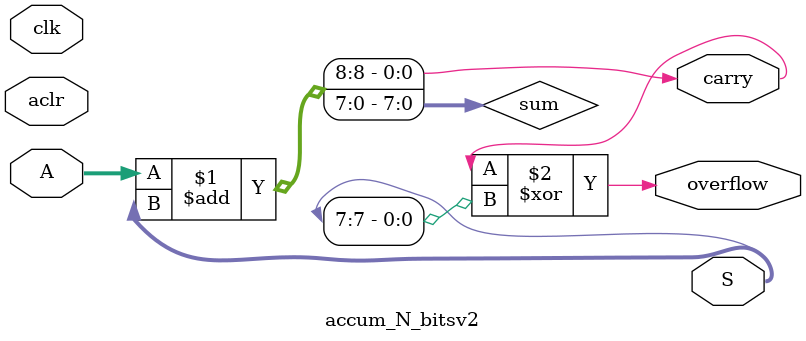
<source format=v>
module accum_N_bitsv2(
	input [N-1:0] A,
	input clk, aclr,
	output reg [N-1:0] S,
	output carry, 
	output overflow);
	
	parameter N = 8;
	
	wire [N-1:0] sum;
	assign {carry, sum} = A + S;
	assign overflow = carry ^ S[N-1];
	
endmodule

</source>
